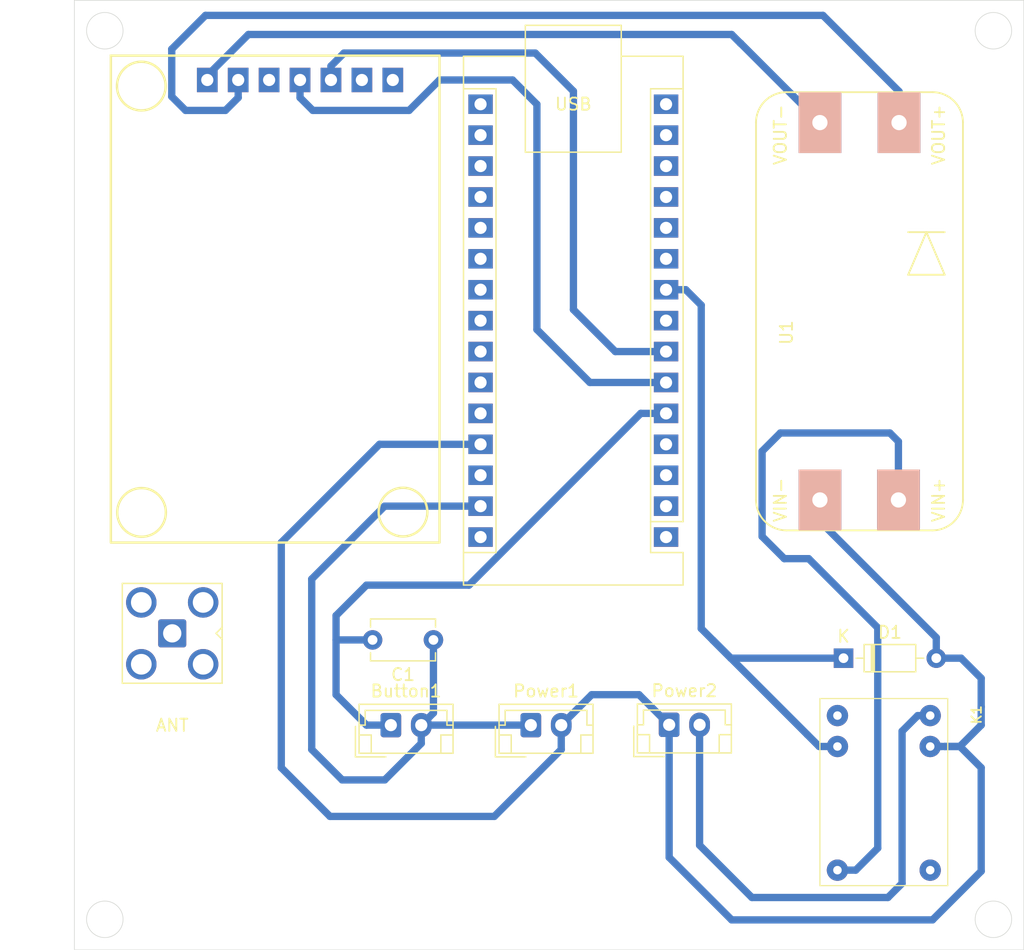
<source format=kicad_pcb>
(kicad_pcb (version 20240108) (generator "pcbnew") (generator_version "8.0")
  (layers (0 "F.Cu" signal) (31 "B.Cu" signal) (34 "B.Paste" user) (35 "F.Paste" user) (36 "B.SilkS" user "B.Silkscreen") (37 "F.SilkS" user "F.Silkscreen") (38 "B.Mask" user) (39 "F.Mask" user) (44 "Edge.Cuts" user))
  (net 0 "")
  (net 17 "Net-(A1-D6)")
  (net 18 "GNDREF")
  (net 20 "Net-(A1-D3)")
  (net 23 "Net-(K1-NO)")
  (net 24 "Net-(SIM800LV2-5V)")
  (net 26 "Net-(A1-D4)")
  (net 28 "Net-(A1-D2)")
  (net 34 "Net-(K1-COM_2)")
  (net 37 "Vcc 1")
  (net 39 "Net-(U1-VOUT+)")
  (footprint "Diode_THT:D_DO-35_SOD27_P7.62mm_Horizontal" (layer "F.Cu") (at 160.08 106.11)
    (property "Reference" "D1" (at 3.81 -2.12 0) (layer "F.SilkS"))
    (property "Value" "D")
    (fp_line (start 1.04 0) (end 1.69 0) (stroke (width 0.12)) (layer "F.SilkS"))
    (fp_line (start 1.69 -1.12) (end 1.69 1.12) (stroke (width 0.12)) (layer "F.SilkS"))
    (fp_line (start 1.69 1.12) (end 5.93 1.12) (stroke (width 0.12)) (layer "F.SilkS"))
    (fp_line (start 2.29 -1.12) (end 2.29 1.12) (stroke (width 0.12)) (layer "F.SilkS"))
    (fp_line (start 2.41 -1.12) (end 2.41 1.12) (stroke (width 0.12)) (layer "F.SilkS"))
    (fp_line (start 2.53 -1.12) (end 2.53 1.12) (stroke (width 0.12)) (layer "F.SilkS"))
    (fp_line (start 5.93 -1.12) (end 1.69 -1.12) (stroke (width 0.12)) (layer "F.SilkS"))
    (fp_line (start 5.93 1.12) (end 5.93 -1.12) (stroke (width 0.12)) (layer "F.SilkS"))
    (fp_line (start 6.58 0) (end 5.93 0) (stroke (width 0.12)) (layer "F.SilkS"))
    (fp_text user "K" (at 0 -1.8 0) (layer "F.SilkS"))
    (pad "1" thru_hole rect (at 0 0) (size 1.6 1.6) (drill 0.8) (layers "*.Cu" "*.Mask") (net 17 "Net-(A1-D6)"))
    (pad "2" thru_hole oval (at 7.62 0) (size 1.6 1.6) (drill 0.8) (layers "*.Cu" "*.Mask") (net 18 "GNDREF"))
  )
  (footprint "Connector_JST:JST_EH_B2B-EH-A_1x02_P2.50mm_Vertical" (layer "F.Cu") (at 122.89 111.61)
    (property "Reference" "Button1" (at 1.25 -2.8 0) (layer "F.SilkS"))
    (property "Value" "Conn_01x02_Pin")
    (fp_line (start -2.91 0.11) (end -2.91 2.61) (stroke (width 0.12)) (layer "F.SilkS"))
    (fp_line (start -2.91 2.61) (end -0.41 2.61) (stroke (width 0.12)) (layer "F.SilkS"))
    (fp_line (start -2.61 -1.71) (end -2.61 2.31) (stroke (width 0.12)) (layer "F.SilkS"))
    (fp_line (start -2.61 0) (end -2.11 0) (stroke (width 0.12)) (layer "F.SilkS"))
    (fp_line (start -2.61 0.81) (end -1.61 0.81) (stroke (width 0.12)) (layer "F.SilkS"))
    (fp_line (start -2.61 2.31) (end 5.11 2.31) (stroke (width 0.12)) (layer "F.SilkS"))
    (fp_line (start -2.11 -1.21) (end 4.61 -1.21) (stroke (width 0.12)) (layer "F.SilkS"))
    (fp_line (start -2.11 0) (end -2.11 -1.21) (stroke (width 0.12)) (layer "F.SilkS"))
    (fp_line (start -1.61 0.81) (end -1.61 2.31) (stroke (width 0.12)) (layer "F.SilkS"))
    (fp_line (start 4.11 0.81) (end 4.11 2.31) (stroke (width 0.12)) (layer "F.SilkS"))
    (fp_line (start 4.61 -1.21) (end 4.61 0) (stroke (width 0.12)) (layer "F.SilkS"))
    (fp_line (start 4.61 0) (end 5.11 0) (stroke (width 0.12)) (layer "F.SilkS"))
    (fp_line (start 5.11 -1.71) (end -2.61 -1.71) (stroke (width 0.12)) (layer "F.SilkS"))
    (fp_line (start 5.11 0.81) (end 4.11 0.81) (stroke (width 0.12)) (layer "F.SilkS"))
    (fp_line (start 5.11 2.31) (end 5.11 -1.71) (stroke (width 0.12)) (layer "F.SilkS"))
    (pad "1" thru_hole roundrect (at 0 0) (size 1.7 2) (drill 1) (layers "*.Cu" "*.Mask") (roundrect_rratio 0.147059) (net 28 "Net-(A1-D2)"))
    (pad "2" thru_hole oval (at 2.5 0) (size 1.7 2) (drill 1) (layers "*.Cu" "*.Mask") (net 18 "GNDREF"))
  )
  (footprint "Connector_JST:JST_EH_B2B-EH-A_1x02_P2.50mm_Vertical" (layer "F.Cu") (at 134.39 111.61)
    (property "Reference" "Power1" (at 1.25 -2.8 0) (layer "F.SilkS"))
    (property "Value" "Conn_01x02_Pin")
    (fp_line (start -2.91 0.11) (end -2.91 2.61) (stroke (width 0.12)) (layer "F.SilkS"))
    (fp_line (start -2.91 2.61) (end -0.41 2.61) (stroke (width 0.12)) (layer "F.SilkS"))
    (fp_line (start -2.61 -1.71) (end -2.61 2.31) (stroke (width 0.12)) (layer "F.SilkS"))
    (fp_line (start -2.61 0) (end -2.11 0) (stroke (width 0.12)) (layer "F.SilkS"))
    (fp_line (start -2.61 0.81) (end -1.61 0.81) (stroke (width 0.12)) (layer "F.SilkS"))
    (fp_line (start -2.61 2.31) (end 5.11 2.31) (stroke (width 0.12)) (layer "F.SilkS"))
    (fp_line (start -2.11 -1.21) (end 4.61 -1.21) (stroke (width 0.12)) (layer "F.SilkS"))
    (fp_line (start -2.11 0) (end -2.11 -1.21) (stroke (width 0.12)) (layer "F.SilkS"))
    (fp_line (start -1.61 0.81) (end -1.61 2.31) (stroke (width 0.12)) (layer "F.SilkS"))
    (fp_line (start 4.11 0.81) (end 4.11 2.31) (stroke (width 0.12)) (layer "F.SilkS"))
    (fp_line (start 4.61 -1.21) (end 4.61 0) (stroke (width 0.12)) (layer "F.SilkS"))
    (fp_line (start 4.61 0) (end 5.11 0) (stroke (width 0.12)) (layer "F.SilkS"))
    (fp_line (start 5.11 -1.71) (end -2.61 -1.71) (stroke (width 0.12)) (layer "F.SilkS"))
    (fp_line (start 5.11 0.81) (end 4.11 0.81) (stroke (width 0.12)) (layer "F.SilkS"))
    (fp_line (start 5.11 2.31) (end 5.11 -1.71) (stroke (width 0.12)) (layer "F.SilkS"))
    (pad "1" thru_hole roundrect (at 0 0) (size 1.7 2) (drill 1) (layers "*.Cu" "*.Mask") (roundrect_rratio 0.147059) (net 37 "Vcc 1"))
    (pad "2" thru_hole oval (at 2.5 0) (size 1.7 2) (drill 1) (layers "*.Cu" "*.Mask") (net 18 "GNDREF"))
  )
  (footprint "Module:Arduino_Nano" (layer "F.Cu") (at 145.5 96.16 180)
    (property "Reference" "A1" (hide yes))
    (property "Value" "Arduino_Nano_v3.x")
    (fp_line (start 16.64 39.5) (end 16.64 -3.94) (stroke (width 0.12)) (layer "F.SilkS"))
    (fp_line (start 16.64 39.5) (end 11.56 39.5) (stroke (width 0.12)) (layer "F.SilkS"))
    (fp_line (start 16.64 -3.94) (end -1.4 -3.94) (stroke (width 0.12)) (layer "F.SilkS"))
    (fp_line (start 13.97 36.83) (end 16.64 36.83) (stroke (width 0.12)) (layer "F.SilkS"))
    (fp_line (start 13.97 -1.27) (end 16.64 -1.27) (stroke (width 0.12)) (layer "F.SilkS"))
    (fp_line (start 13.97 -1.27) (end 13.97 36.83) (stroke (width 0.12)) (layer "F.SilkS"))
    (fp_line (start 11.56 42.04) (end 3.68 42.04) (stroke (width 0.12)) (layer "F.SilkS"))
    (fp_line (start 11.56 31.62) (end 11.56 42.04) (stroke (width 0.12)) (layer "F.SilkS"))
    (fp_line (start 3.68 42.04) (end 3.68 31.62) (stroke (width 0.12)) (layer "F.SilkS"))
    (fp_line (start 3.68 31.62) (end 11.56 31.62) (stroke (width 0.12)) (layer "F.SilkS"))
    (fp_line (start 1.27 36.83) (end -1.4 36.83) (stroke (width 0.12)) (layer "F.SilkS"))
    (fp_line (start 1.27 1.27) (end 1.27 36.83) (stroke (width 0.12)) (layer "F.SilkS"))
    (fp_line (start 1.27 1.27) (end 1.27 -1.27) (stroke (width 0.12)) (layer "F.SilkS"))
    (fp_line (start 1.27 1.27) (end -1.4 1.27) (stroke (width 0.12)) (layer "F.SilkS"))
    (fp_line (start 1.27 -1.27) (end -1.4 -1.27) (stroke (width 0.12)) (layer "F.SilkS"))
    (fp_line (start -1.4 39.5) (end 3.68 39.5) (stroke (width 0.12)) (layer "F.SilkS"))
    (fp_line (start -1.4 1.27) (end -1.4 39.5) (stroke (width 0.12)) (layer "F.SilkS"))
    (fp_line (start -1.4 -3.94) (end -1.4 -1.27) (stroke (width 0.12)) (layer "F.SilkS"))
    (fp_text user "USB" (at 7.62 35.56 0) (layer "F.SilkS"))
    (pad "1" thru_hole rect (at 0 0 180) (size 2 1.6) (drill 1) (layers "*.Cu" "*.Mask"))
    (pad "2" thru_hole rect (at 0 2.54 180) (size 2 1.6) (drill 1) (layers "*.Cu" "*.Mask"))
    (pad "3" thru_hole rect (at 0 5.08 180) (size 2 1.6) (drill 1) (layers "*.Cu" "*.Mask"))
    (pad "4" thru_hole rect (at 0 7.62 180) (size 2 1.6) (drill 1) (layers "*.Cu" "*.Mask"))
    (pad "5" thru_hole rect (at 0 10.16 180) (size 2 1.6) (drill 1) (layers "*.Cu" "*.Mask") (net 28 "Net-(A1-D2)"))
    (pad "6" thru_hole rect (at 0 12.7 180) (size 2 1.6) (drill 1) (layers "*.Cu" "*.Mask") (net 20 "Net-(A1-D3)"))
    (pad "7" thru_hole rect (at 0 15.24 180) (size 2 1.6) (drill 1) (layers "*.Cu" "*.Mask") (net 26 "Net-(A1-D4)"))
    (pad "8" thru_hole rect (at 0 17.78 180) (size 2 1.6) (drill 1) (layers "*.Cu" "*.Mask"))
    (pad "9" thru_hole rect (at 0 20.32 180) (size 2 1.6) (drill 1) (layers "*.Cu" "*.Mask") (net 17 "Net-(A1-D6)"))
    (pad "10" thru_hole rect (at 0 22.86 180) (size 2 1.6) (drill 1) (layers "*.Cu" "*.Mask"))
    (pad "11" thru_hole rect (at 0 25.4 180) (size 2 1.6) (drill 1) (layers "*.Cu" "*.Mask"))
    (pad "12" thru_hole rect (at 0 27.94 180) (size 2 1.6) (drill 1) (layers "*.Cu" "*.Mask"))
    (pad "13" thru_hole rect (at 0 30.48 180) (size 2 1.6) (drill 1) (layers "*.Cu" "*.Mask"))
    (pad "14" thru_hole rect (at 0 33.02 180) (size 2 1.6) (drill 1) (layers "*.Cu" "*.Mask"))
    (pad "15" thru_hole rect (at 0 35.56 180) (size 2 1.6) (drill 1) (layers "*.Cu" "*.Mask" "Dwgs.User"))
    (pad "16" thru_hole rect (at 15.24 35.56 180) (size 2 1.6) (drill 1) (layers "*.Cu" "*.Mask" "Eco1.User"))
    (pad "17" thru_hole rect (at 15.24 33.02 180) (size 2 1.6) (drill 1) (layers "*.Cu" "*.Mask"))
    (pad "18" thru_hole rect (at 15.24 30.48 180) (size 2 1.6) (drill 1) (layers "*.Cu" "*.Mask"))
    (pad "19" thru_hole rect (at 15.24 27.94 180) (size 2 1.6) (drill 1) (layers "*.Cu" "*.Mask"))
    (pad "20" thru_hole rect (at 15.24 25.4 180) (size 2 1.6) (drill 1) (layers "*.Cu" "*.Mask"))
    (pad "21" thru_hole rect (at 15.24 22.86 180) (size 2 1.6) (drill 1) (layers "*.Cu" "*.Mask"))
    (pad "22" thru_hole rect (at 15.24 20.32 180) (size 2 1.6) (drill 1) (layers "*.Cu" "*.Mask"))
    (pad "23" thru_hole rect (at 15.24 17.78 180) (size 2 1.6) (drill 1) (layers "*.Cu" "*.Mask"))
    (pad "24" thru_hole rect (at 15.24 15.24 180) (size 2 1.6) (drill 1) (layers "*.Cu" "*.Mask"))
    (pad "25" thru_hole rect (at 15.24 12.7 180) (size 2 1.6) (drill 1) (layers "*.Cu" "*.Mask"))
    (pad "26" thru_hole rect (at 15.24 10.16 180) (size 2 1.6) (drill 1) (layers "*.Cu" "*.Mask"))
    (pad "27" thru_hole rect (at 15.24 7.62 180) (size 2 1.6) (drill 1) (layers "*.Cu" "*.Mask") (net 37 "Vcc 1"))
    (pad "28" thru_hole rect (at 15.24 5.08 180) (size 2 1.6) (drill 1) (layers "*.Cu" "*.Mask"))
    (pad "29" thru_hole rect (at 15.24 2.54 180) (size 2 1.6) (drill 1) (layers "*.Cu" "*.Mask") (net 18 "GNDREF"))
    (pad "30" thru_hole rect (at 15.24 0 180) (size 2 1.6) (drill 1) (layers "*.Cu" "*.Mask"))
  )
  (footprint "Capacitor_THT:C_Disc_D5.1mm_W3.2mm_P5.00mm" (layer "F.Cu") (at 126.39 104.61 180)
    (property "Reference" "C1" (at 2.5 -2.85 0) (layer "F.SilkS"))
    (property "Value" "100nf")
    (fp_line (start 5.17 1.055) (end 5.17 1.721) (stroke (width 0.12)) (layer "F.SilkS"))
    (fp_line (start 5.17 -1.721) (end 5.17 -1.055) (stroke (width 0.12)) (layer "F.SilkS"))
    (fp_line (start -0.17 1.721) (end 5.17 1.721) (stroke (width 0.12)) (layer "F.SilkS"))
    (fp_line (start -0.17 1.055) (end -0.17 1.721) (stroke (width 0.12)) (layer "F.SilkS"))
    (fp_line (start -0.17 -1.721) (end 5.17 -1.721) (stroke (width 0.12)) (layer "F.SilkS"))
    (fp_line (start -0.17 -1.721) (end -0.17 -1.055) (stroke (width 0.12)) (layer "F.SilkS"))
    (pad "1" thru_hole circle (at 0 0 180) (size 1.6 1.6) (drill 0.8) (layers "*.Cu" "*.Mask") (net 18 "GNDREF"))
    (pad "2" thru_hole circle (at 5 0 180) (size 1.6 1.6) (drill 0.8) (layers "*.Cu" "*.Mask") (net 28 "Net-(A1-D2)"))
  )
  (footprint "Connector_JST:JST_EH_B2B-EH-A_1x02_P2.50mm_Vertical" (layer "F.Cu") (at 145.754283 111.584199)
    (property "Reference" "Power2" (at 1.25 -2.8 0) (layer "F.SilkS"))
    (property "Value" "Conn_01x02_Pin")
    (fp_line (start -2.91 0.11) (end -2.91 2.61) (stroke (width 0.12)) (layer "F.SilkS"))
    (fp_line (start -2.91 2.61) (end -0.41 2.61) (stroke (width 0.12)) (layer "F.SilkS"))
    (fp_line (start -2.61 -1.71) (end -2.61 2.31) (stroke (width 0.12)) (layer "F.SilkS"))
    (fp_line (start -2.61 0) (end -2.11 0) (stroke (width 0.12)) (layer "F.SilkS"))
    (fp_line (start -2.61 0.81) (end -1.61 0.81) (stroke (width 0.12)) (layer "F.SilkS"))
    (fp_line (start -2.61 2.31) (end 5.11 2.31) (stroke (width 0.12)) (layer "F.SilkS"))
    (fp_line (start -2.11 -1.21) (end 4.61 -1.21) (stroke (width 0.12)) (layer "F.SilkS"))
    (fp_line (start -2.11 0) (end -2.11 -1.21) (stroke (width 0.12)) (layer "F.SilkS"))
    (fp_line (start -1.61 0.81) (end -1.61 2.31) (stroke (width 0.12)) (layer "F.SilkS"))
    (fp_line (start 4.11 0.81) (end 4.11 2.31) (stroke (width 0.12)) (layer "F.SilkS"))
    (fp_line (start 4.61 -1.21) (end 4.61 0) (stroke (width 0.12)) (layer "F.SilkS"))
    (fp_line (start 4.61 0) (end 5.11 0) (stroke (width 0.12)) (layer "F.SilkS"))
    (fp_line (start 5.11 -1.71) (end -2.61 -1.71) (stroke (width 0.12)) (layer "F.SilkS"))
    (fp_line (start 5.11 0.81) (end 4.11 0.81) (stroke (width 0.12)) (layer "F.SilkS"))
    (fp_line (start 5.11 2.31) (end 5.11 -1.71) (stroke (width 0.12)) (layer "F.SilkS"))
    (pad "1" thru_hole roundrect (at 0 0) (size 1.7 2) (drill 1) (layers "*.Cu" "*.Mask") (roundrect_rratio 0.147059) (net 18 "GNDREF"))
    (pad "2" thru_hole oval (at 2.5 0) (size 1.7 2) (drill 1) (layers "*.Cu" "*.Mask") (net 23 "Net-(K1-NO)"))
  )
  (footprint "Connector_Coaxial:SMA_Amphenol_901-143_Horizontal" (layer "F.Cu") (at 104.93 104.07 180)
    (property "Reference" "ANT" (at 0 -7.556272 0) (layer "F.SilkS"))
    (property "Value" "SMA_Amphenol_901-143_Horizontal")
    (fp_line (start 4.1 -4.1) (end 4.1 4.1) (stroke (width 0.12)) (layer "F.SilkS"))
    (fp_line (start -3.6 0) (end -4.1 -0.5) (stroke (width 0.12)) (layer "F.SilkS"))
    (fp_line (start -4.1 4.1) (end 4.1 4.1) (stroke (width 0.12)) (layer "F.SilkS"))
    (fp_line (start -4.1 0.5) (end -3.6 0) (stroke (width 0.12)) (layer "F.SilkS"))
    (fp_line (start -4.1 -4.1) (end 4.1 -4.1) (stroke (width 0.12)) (layer "F.SilkS"))
    (fp_line (start -4.1 -4.1) (end -4.1 4.1) (stroke (width 0.12)) (layer "F.SilkS"))
    (pad "1" thru_hole roundrect (at 0 0 180) (size 2.3 2.3) (drill 1.5) (layers "*.Cu" "*.Mask") (roundrect_rratio 0.087))
    (pad "2" thru_hole circle (at -2.54 -2.54 180) (size 2.5 2.5) (drill 1.7) (layers "*.Cu" "*.Mask"))
    (pad "2" thru_hole circle (at -2.54 2.54 180) (size 2.5 2.5) (drill 1.7) (layers "*.Cu" "*.Mask"))
    (pad "2" thru_hole circle (at 2.54 -2.54 180) (size 2.5 2.5) (drill 1.7) (layers "*.Cu" "*.Mask"))
    (pad "2" thru_hole circle (at 2.54 2.54 180) (size 2.5 2.5) (drill 1.7) (layers "*.Cu" "*.Mask"))
  )
  (footprint "HK4100F-DC5V-SHG (1):HK4100FDC5VSHG" (layer "F.Cu") (at 167.2 110.825 -90)
    (property "Reference" "K1" (at -0.065 -3.81 90) (layer "F.SilkS") (effects (font (size 0.787402 0.787402))))
    (property "Value" "HK4100F-DC5V-SHG")
    (fp_line (start -1.4 9.06) (end 13.97 9.06) (stroke (width 0.1)) (layer "F.SilkS"))
    (fp_line (start 13.97 9.06) (end 13.97 -1.44) (stroke (width 0.1)) (layer "F.SilkS"))
    (fp_line (start -1.4 -1.44) (end -1.4 9.06) (stroke (width 0.1)) (layer "F.SilkS"))
    (fp_line (start 13.97 -1.44) (end -1.4 -1.44) (stroke (width 0.1)) (layer "F.SilkS"))
    (pad "1" thru_hole circle (at 0 0 270) (size 1.75 1.75) (drill 0.7) (layers "*.Cu" "*.Mask") (net 23 "Net-(K1-NO)"))
    (pad "2" thru_hole circle (at 2.54 0 270) (size 1.75 1.75) (drill 0.7) (layers "*.Cu" "*.Mask") (net 18 "GNDREF"))
    (pad "3" thru_hole circle (at 12.7 0 270) (size 1.75 1.75) (drill 0.7) (layers "*.Cu" "*.Mask"))
    (pad "4" thru_hole circle (at 12.7 7.62 270) (size 1.75 1.75) (drill 0.7) (layers "*.Cu" "*.Mask") (net 34 "Net-(K1-COM_2)"))
    (pad "5" thru_hole circle (at 2.54 7.62 270) (size 1.75 1.75) (drill 0.7) (layers "*.Cu" "*.Mask") (net 17 "Net-(A1-D6)"))
    (pad "6" thru_hole circle (at 0 7.62 270) (size 1.75 1.75) (drill 0.7) (layers "*.Cu" "*.Mask"))
  )
  (footprint "misc_footprints:MT3608_module" (layer "F.Cu") (at 161.39 79.11 -90)
    (property "Reference" "U1" (at 0.25 6 90) (layer "F.SilkS"))
    (property "Value" "hw-045")
    (fp_line (start -17 8.5) (end 14 8.5) (stroke (width 0.15)) (layer "F.SilkS"))
    (fp_line (start 16.5 6) (end 16.5 -6) (stroke (width 0.15)) (layer "F.SilkS"))
    (fp_line (start -4.5 -4) (end -8 -5.5) (stroke (width 0.15)) (layer "F.SilkS"))
    (fp_line (start -8 -5.5) (end -4.5 -7) (stroke (width 0.15)) (layer "F.SilkS"))
    (fp_line (start -19.5 -6) (end -19.5 6) (stroke (width 0.15)) (layer "F.SilkS"))
    (fp_line (start -8 -7) (end -8 -4) (stroke (width 0.15)) (layer "F.SilkS"))
    (fp_line (start -4.5 -7) (end -4.5 -4) (stroke (width 0.15)) (layer "F.SilkS"))
    (fp_line (start 14 -8.5) (end -17 -8.5) (stroke (width 0.15)) (layer "F.SilkS"))
    (fp_arc (start -17 8.5) (mid -18.767767 7.767767) (end -19.5 6) (stroke (width 0.15)) (layer "F.SilkS"))
    (fp_arc (start 16.5 6) (mid 15.767767 7.767767) (end 14 8.5) (stroke (width 0.15)) (layer "F.SilkS"))
    (fp_arc (start -19.5 -6) (mid -18.767767 -7.767767) (end -17 -8.5) (stroke (width 0.15)) (layer "F.SilkS"))
    (fp_arc (start 14 -8.5) (mid 15.767767 -7.767767) (end 16.5 -6) (stroke (width 0.15)) (layer "F.SilkS"))
    (fp_text user "VIN+" (at 14 -6.5 90) (layer "F.SilkS"))
    (fp_text user "VOUT+" (at -16 -6.5 90) (layer "F.SilkS"))
    (fp_text user "VIN-" (at 14 6.5 90) (layer "F.SilkS"))
    (fp_text user "VOUT-" (at -16 6.5 90) (layer "F.SilkS"))
    (pad "1" thru_hole rect (at 14 -3.2 90) (size 5 3.5) (drill 1.25) (layers "*.Cu" "*.Mask" "B.SilkS") (net 34 "Net-(K1-COM_2)"))
    (pad "2" thru_hole rect (at 14 3.25 90) (size 5 3.5) (drill 1.25) (layers "*.Cu" "*.Mask" "B.SilkS") (net 18 "GNDREF"))
    (pad "3" thru_hole rect (at -17 3.25 90) (size 5 3.5) (drill 1.25) (layers "*.Cu" "*.Mask" "B.SilkS") (net 24 "Net-(SIM800LV2-5V)"))
    (pad "4" thru_hole rect (at -17 -3.25 90) (size 5 3.5) (drill 1.25) (layers "*.Cu" "*.Mask" "B.SilkS") (net 39 "Net-(U1-VOUT+)"))
  )
  (footprint "SIM800L:SIM800" (layer "F.Cu") (at 109.89 73.11)
    (property "Reference" "SIM800LV2" (hide yes))
    (property "Value" "~")
    (fp_rect (start -10 -16.5) (end 17 23.5) (stroke (width 0.2)) (fill none) (layer "F.SilkS"))
    (fp_circle (center -7.5 -14) (end -7.5 -16) (stroke (width 0.2)) (fill none) (layer "F.SilkS"))
    (fp_circle (center -7.48 21.025) (end -7.48 19.025) (stroke (width 0.2)) (fill none) (layer "F.SilkS"))
    (fp_circle (center 14 21) (end 14 19) (stroke (width 0.2)) (fill none) (layer "F.SilkS"))
    (pad "1" thru_hole rect (at -2.08 -14.5 90) (size 2 1.7) (drill 1) (layers "*.Cu" "B.Mask") (net 24 "Net-(SIM800LV2-5V)"))
    (pad "2" thru_hole rect (at 0.46 -14.5 90) (size 2 1.7) (drill 1) (layers "*.Cu" "*.Mask") (net 39 "Net-(U1-VOUT+)"))
    (pad "3" thru_hole rect (at 3 -14.5 90) (size 2 1.7) (drill 1) (layers "*.Cu" "*.Mask"))
    (pad "4" thru_hole rect (at 5.54 -14.5 90) (size 2 1.7) (drill 1) (layers "*.Cu" "*.Mask") (net 20 "Net-(A1-D3)"))
    (pad "5" thru_hole rect (at 8.08 -14.5 90) (size 2 1.7) (drill 1) (layers "*.Cu" "*.Mask") (net 26 "Net-(A1-D4)"))
    (pad "6" thru_hole rect (at 10.62 -14.5 90) (size 2 1.7) (drill 1) (layers "*.Cu" "*.Mask"))
    (pad "7" thru_hole rect (at 13.16 -14.5 90) (size 2 1.7) (drill 1) (layers "*.Cu" "F.Mask"))
  )
  (gr_rect (start 96.8925 52.0635) (end 174.8925 130.0635) (stroke (width 0.05)) (fill none) (layer "Edge.Cuts"))
  (gr_circle (center 99.3925 54.5635) (end 100.8925 54.5635) (stroke (width 0.05)) (fill none) (layer "Edge.Cuts"))
  (gr_circle (center 172.3925 127.5635) (end 173.8925 127.5635) (stroke (width 0.05)) (fill none) (layer "Edge.Cuts"))
  (gr_circle (center 172.3925 54.5635) (end 173.8925 54.5635) (stroke (width 0.05)) (fill none) (layer "Edge.Cuts"))
  (gr_circle (center 99.3925 127.5635) (end 100.8925 127.5635) (stroke (width 0.05)) (fill none) (layer "Edge.Cuts"))
  (segment (start 149.3575 104.6425) (end 148.39 103.675) (width 0.6) (layer "B.Cu") (net 17))
  (segment (start 160.08 106.11) (end 150.825 106.11) (width 0.6) (layer "B.Cu") (net 17))
  (segment (start 157.1075 112.3925) (end 149.3575 104.6425) (width 0.6) (layer "B.Cu") (net 17))
  (segment (start 159.58 113.365) (end 158.08 113.365) (width 0.6) (layer "B.Cu") (net 17))
  (segment (start 147.12 75.84) (end 145.5 75.84) (width 0.6) (layer "B.Cu") (net 17))
  (segment (start 148.39 77.11) (end 147.12 75.84) (width 0.6) (layer "B.Cu") (net 17))
  (segment (start 158.08 113.365) (end 157.1075 112.3925) (width 0.6) (layer "B.Cu") (net 17))
  (segment (start 150.825 106.11) (end 149.3575 104.6425) (width 0.6) (layer "B.Cu") (net 17))
  (segment (start 148.39 103.675) (end 148.39 77.11) (width 0.6) (layer "B.Cu") (net 17))
  (segment (start 168.135 113.365) (end 167.2 113.365) (width 0.6) (layer "B.Cu") (net 18))
  (segment (start 139.39 109.11) (end 137.526396 110.973604) (width 0.6) (layer "B.Cu") (net 18))
  (segment (start 122.39 116.11) (end 125.39 113.11) (width 0.6) (layer "B.Cu") (net 18))
  (segment (start 169.74 106.11) (end 171.39 107.76) (width 0.6) (layer "B.Cu") (net 18))
  (segment (start 130.26 93.62) (end 122.38 93.62) (width 0.6) (layer "B.Cu") (net 18))
  (segment (start 169.645 113.365) (end 171.39 115.11) (width 0.6) (layer "B.Cu") (net 18))
  (segment (start 143.280084 109.11) (end 145.754283 111.584199) (width 0.6) (layer "B.Cu") (net 18))
  (segment (start 158.14 94.86) (end 158.14 93.11) (width 0.6) (layer "B.Cu") (net 18))
  (segment (start 167.2 113.365) (end 168.39 113.365) (width 0.6) (layer "B.Cu") (net 18))
  (segment (start 145.754283 122.474283) (end 145.754283 111.584199) (width 0.6) (layer "B.Cu") (net 18))
  (segment (start 118.89 116.11) (end 122.39 116.11) (width 0.6) (layer "B.Cu") (net 18))
  (segment (start 171.39 115.11) (end 171.39 123.61) (width 0.6) (layer "B.Cu") (net 18))
  (segment (start 167.7 106.11) (end 169.74 106.11) (width 0.6) (layer "B.Cu") (net 18))
  (segment (start 169.635 113.365) (end 171.39 111.61) (width 0.6) (layer "B.Cu") (net 18))
  (segment (start 171.39 123.61) (end 167.39 127.61) (width 0.6) (layer "B.Cu") (net 18))
  (segment (start 126.39 110.61) (end 125.39 111.61) (width 0.6) (layer "B.Cu") (net 18))
  (segment (start 167.7 106.11) (end 167.7 104.42) (width 0.6) (layer "B.Cu") (net 18))
  (segment (start 116.39 113.61) (end 118.89 116.11) (width 0.6) (layer "B.Cu") (net 18))
  (segment (start 167.39 127.61) (end 150.89 127.61) (width 0.6) (layer "B.Cu") (net 18))
  (segment (start 171.39 107.76) (end 171.39 110.11) (width 0.6) (layer "B.Cu") (net 18))
  (segment (start 134.39 111.61) (end 125.39 111.61) (width 0.6) (layer "B.Cu") (net 18))
  (segment (start 125.39 113.11) (end 125.39 111.61) (width 0.6) (layer "B.Cu") (net 18))
  (segment (start 126.39 105.11) (end 126.39 110.61) (width 0.6) (layer "B.Cu") (net 18))
  (segment (start 168.39 113.365) (end 169.635 113.365) (width 0.6) (layer "B.Cu") (net 18))
  (segment (start 150.89 127.61) (end 145.754283 122.474283) (width 0.6) (layer "B.Cu") (net 18))
  (segment (start 168.39 113.365) (end 169.645 113.365) (width 0.6) (layer "B.Cu") (net 18))
  (segment (start 122.38 93.62) (end 116.39 99.61) (width 0.6) (layer "B.Cu") (net 18))
  (segment (start 171.39 111.61) (end 171.39 110.11) (width 0.6) (layer "B.Cu") (net 18))
  (segment (start 143.280084 109.11) (end 139.39 109.11) (width 0.6) (layer "B.Cu") (net 18))
  (segment (start 167.7 104.42) (end 158.14 94.86) (width 0.6) (layer "B.Cu") (net 18))
  (segment (start 116.39 99.61) (end 116.39 113.61) (width 0.6) (layer "B.Cu") (net 18))
  (segment (start 134.89 60.61) (end 134.89 79.11) (width 0.6) (layer "B.Cu") (net 20))
  (segment (start 132.89 58.61) (end 134.89 60.61) (width 0.6) (layer "B.Cu") (net 20))
  (segment (start 116.48 61.11) (end 124.39 61.11) (width 0.6) (layer "B.Cu") (net 20))
  (segment (start 124.39 61.11) (end 126.89 58.61) (width 0.6) (layer "B.Cu") (net 20))
  (segment (start 134.89 79.11) (end 139.24 83.46) (width 0.6) (layer "B.Cu") (net 20))
  (segment (start 115.43 60.06) (end 116.48 61.11) (width 0.6) (layer "B.Cu") (net 20))
  (segment (start 126.89 58.61) (end 132.89 58.61) (width 0.6) (layer "B.Cu") (net 20))
  (segment (start 115.43 58.61) (end 115.43 60.06) (width 0.6) (layer "B.Cu") (net 20))
  (segment (start 139.24 83.46) (end 145.5 83.46) (width 0.6) (layer "B.Cu") (net 20))
  (segment (start 152.55084 125.77084) (end 163.72916 125.77084) (width 0.6) (layer "B.Cu") (net 23))
  (segment (start 148.254283 111.584199) (end 148.254283 121.474283) (width 0.6) (layer "B.Cu") (net 23))
  (segment (start 148.254283 121.474283) (end 152.55084 125.77084) (width 0.6) (layer "B.Cu") (net 23))
  (segment (start 163.72916 125.77084) (end 164.89 124.61) (width 0.6) (layer "B.Cu") (net 23))
  (segment (start 164.89 112.11) (end 166.175 110.825) (width 0.6) (layer "B.Cu") (net 23))
  (segment (start 166.175 110.825) (end 167.2 110.825) (width 0.6) (layer "B.Cu") (net 23))
  (segment (start 164.89 124.61) (end 164.89 112.11) (width 0.6) (layer "B.Cu") (net 23))
  (segment (start 107.81 58.25) (end 107.81 58.61) (width 0.6) (layer "B.Cu") (net 24))
  (segment (start 158.14 62.11) (end 151.6278 55.5978) (width 0.6) (layer "B.Cu") (net 24))
  (segment (start 151.61625 55.5978) (end 150.89 54.87155) (width 0.6) (layer "B.Cu") (net 24))
  (segment (start 111.18845 54.87155) (end 107.81 58.25) (width 0.6) (layer "B.Cu") (net 24))
  (segment (start 150.89 54.87155) (end 111.18845 54.87155) (width 0.6) (layer "B.Cu") (net 24))
  (segment (start 151.6278 55.5978) (end 151.61625 55.5978) (width 0.6) (layer "B.Cu") (net 24))
  (segment (start 117.97 58.61) (end 117.97 57.466752) (width 0.6) (layer "B.Cu") (net 26))
  (segment (start 117.97 57.466752) (end 119.038987 56.397765) (width 0.6) (layer "B.Cu") (net 26))
  (segment (start 137.89 59.530314) (end 137.89 77.477229) (width 0.6) (layer "B.Cu") (net 26))
  (segment (start 137.89 77.477229) (end 141.332771 80.92) (width 0.6) (layer "B.Cu") (net 26))
  (segment (start 141.332771 80.92) (end 145.5 80.92) (width 0.6) (layer "B.Cu") (net 26))
  (segment (start 119.038987 56.397765) (end 134.757451 56.397765) (width 0.6) (layer "B.Cu") (net 26))
  (segment (start 134.757451 56.397765) (end 137.89 59.530314) (width 0.6) (layer "B.Cu") (net 26))
  (segment (start 145.04 86) (end 145.5 86) (width 0.6) (layer "F.Cu") (net 28))
  (segment (start 121.39 104.61) (end 118.39 104.61) (width 0.6) (layer "B.Cu") (net 28))
  (segment (start 143.42 86) (end 145.5 86) (width 0.6) (layer "B.Cu") (net 28))
  (segment (start 118.39 102.61) (end 120.89 100.11) (width 0.6) (layer "B.Cu") (net 28))
  (segment (start 120.89 100.11) (end 129.31 100.11) (width 0.6) (layer "B.Cu") (net 28))
  (segment (start 120.89 111.61) (end 118.39 109.11) (width 0.6) (layer "B.Cu") (net 28))
  (segment (start 118.39 104.61) (end 118.39 102.61) (width 0.6) (layer "B.Cu") (net 28))
  (segment (start 118.39 109.11) (end 118.39 104.61) (width 0.6) (layer "B.Cu") (net 28))
  (segment (start 122.89 111.61) (end 120.89 111.61) (width 0.6) (layer "B.Cu") (net 28))
  (segment (start 129.31 100.11) (end 143.42 86) (width 0.6) (layer "B.Cu") (net 28))
  (segment (start 162.89 103.61) (end 157.2133 97.9333) (width 0.6) (layer "B.Cu") (net 34))
  (segment (start 162.89 121.715) (end 162.89 103.61) (width 0.6) (layer "B.Cu") (net 34))
  (segment (start 153.39 89.11) (end 154.89 87.61) (width 0.6) (layer "B.Cu") (net 34))
  (segment (start 153.39 96.11) (end 153.39 89.11) (width 0.6) (layer "B.Cu") (net 34))
  (segment (start 159.58 123.525) (end 161.08 123.525) (width 0.6) (layer "B.Cu") (net 34))
  (segment (start 157.2133 97.9333) (end 155.2133 97.9333) (width 0.6) (layer "B.Cu") (net 34))
  (segment (start 154.89 87.61) (end 163.89 87.61) (width 0.6) (layer "B.Cu") (net 34))
  (segment (start 155.2133 97.9333) (end 153.39 96.11) (width 0.6) (layer "B.Cu") (net 34))
  (segment (start 163.89 87.61) (end 164.59 88.31) (width 0.6) (layer "B.Cu") (net 34))
  (segment (start 161.08 123.525) (end 162.89 121.715) (width 0.6) (layer "B.Cu") (net 34))
  (segment (start 164.59 88.31) (end 164.59 93.11) (width 0.6) (layer "B.Cu") (net 34))
  (segment (start 136.89 111.61) (end 136.89 113.61) (width 0.6) (layer "B.Cu") (net 37))
  (segment (start 113.89 96.61) (end 121.96 88.54) (width 0.6) (layer "B.Cu") (net 37))
  (segment (start 117.89 119.11) (end 113.89 115.11) (width 0.6) (layer "B.Cu") (net 37))
  (segment (start 136.89 113.61) (end 131.39 119.11) (width 0.6) (layer "B.Cu") (net 37))
  (segment (start 131.39 119.11) (end 117.89 119.11) (width 0.6) (layer "B.Cu") (net 37))
  (segment (start 121.96 88.54) (end 130.26 88.54) (width 0.6) (layer "B.Cu") (net 37))
  (segment (start 113.89 115.11) (end 113.89 96.61) (width 0.6) (layer "B.Cu") (net 37))
  (segment (start 106.0286 61.11) (end 104.89 59.9714) (width 0.6) (layer "B.Cu") (net 39))
  (segment (start 164.64 59.552899) (end 158.39 53.302899) (width 0.6) (layer "B.Cu") (net 39))
  (segment (start 104.89 59.9714) (end 104.89 56.075045) (width 0.6) (layer "B.Cu") (net 39))
  (segment (start 110.35 58.61) (end 110.35 60.06) (width 0.6) (layer "B.Cu") (net 39))
  (segment (start 107.662146 53.302899) (end 158.39 53.302899) (width 0.6) (layer "B.Cu") (net 39))
  (segment (start 164.64 62.11) (end 164.64 59.552899) (width 0.6) (layer "B.Cu") (net 39))
  (segment (start 109.3 61.11) (end 106.0286 61.11) (width 0.6) (layer "B.Cu") (net 39))
  (segment (start 110.35 60.06) (end 109.3 61.11) (width 0.6) (layer "B.Cu") (net 39))
  (segment (start 104.89 56.075045) (end 107.662146 53.302899) (width 0.6) (layer "B.Cu") (net 39))
)
</source>
